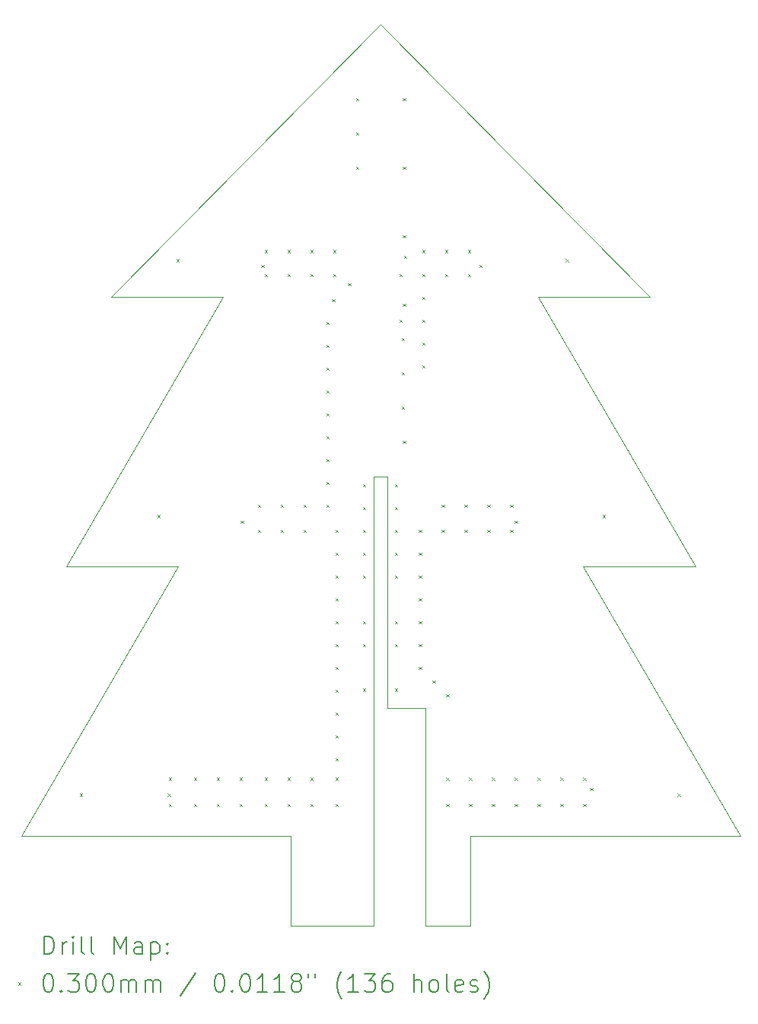
<source format=gbr>
%TF.GenerationSoftware,KiCad,Pcbnew,(6.0.9)*%
%TF.CreationDate,2022-12-10T13:43:45+01:00*%
%TF.ProjectId,PartoDos,50617274-6f44-46f7-932e-6b696361645f,rev?*%
%TF.SameCoordinates,Original*%
%TF.FileFunction,Drillmap*%
%TF.FilePolarity,Positive*%
%FSLAX45Y45*%
G04 Gerber Fmt 4.5, Leading zero omitted, Abs format (unit mm)*
G04 Created by KiCad (PCBNEW (6.0.9)) date 2022-12-10 13:43:45*
%MOMM*%
%LPD*%
G01*
G04 APERTURE LIST*
%ADD10C,0.038100*%
%ADD11C,0.200000*%
%ADD12C,0.030000*%
G04 APERTURE END LIST*
D10*
X13975000Y-15300000D02*
X13975000Y-10300000D01*
X13050000Y-14300000D02*
X10050000Y-14300000D01*
X10050000Y-14300000D02*
X11800000Y-11300000D01*
X13050000Y-15300000D02*
X13050000Y-14300000D01*
X14050000Y-5275000D02*
X17050000Y-8300000D01*
X11050000Y-8300000D02*
X12300000Y-8300000D01*
X11800000Y-11300000D02*
X10550000Y-11300000D01*
X11050000Y-8300000D02*
X14050000Y-5275000D01*
X13975000Y-15300000D02*
X13050000Y-15300000D01*
X14125000Y-12875000D02*
X14550000Y-12875000D01*
X14125000Y-10300000D02*
X14125000Y-12875000D01*
X18050000Y-14300000D02*
X15050000Y-14300000D01*
X14550000Y-15300000D02*
X15050000Y-15300000D01*
X13975000Y-10300000D02*
X14125000Y-10300000D01*
X15800000Y-8300000D02*
X17550000Y-11300000D01*
X15800000Y-8300000D02*
X17050000Y-8300000D01*
X14550000Y-12875000D02*
X14550000Y-15300000D01*
X17550000Y-11300000D02*
X16300000Y-11300000D01*
X10550000Y-11300000D02*
X12300000Y-8300000D01*
X16300000Y-11300000D02*
X18050000Y-14300000D01*
X15050000Y-14300000D02*
X15050000Y-15300000D01*
D11*
D12*
X10703800Y-13828000D02*
X10733800Y-13858000D01*
X10733800Y-13828000D02*
X10703800Y-13858000D01*
X10703800Y-13828000D02*
X10733800Y-13858000D01*
X10733800Y-13828000D02*
X10703800Y-13858000D01*
X11567400Y-10729200D02*
X11597400Y-10759200D01*
X11597400Y-10729200D02*
X11567400Y-10759200D01*
X11681700Y-13828000D02*
X11711700Y-13858000D01*
X11711700Y-13828000D02*
X11681700Y-13858000D01*
X11694400Y-13650200D02*
X11724400Y-13680200D01*
X11724400Y-13650200D02*
X11694400Y-13680200D01*
X11694400Y-13942300D02*
X11724400Y-13972300D01*
X11724400Y-13942300D02*
X11694400Y-13972300D01*
X11776900Y-7884400D02*
X11806900Y-7914400D01*
X11806900Y-7884400D02*
X11776900Y-7914400D01*
X11973800Y-13650200D02*
X12003800Y-13680200D01*
X12003800Y-13650200D02*
X11973800Y-13680200D01*
X11973800Y-13942300D02*
X12003800Y-13972300D01*
X12003800Y-13942300D02*
X11973800Y-13972300D01*
X12227800Y-13650200D02*
X12257800Y-13680200D01*
X12257800Y-13650200D02*
X12227800Y-13680200D01*
X12227800Y-13942300D02*
X12257800Y-13972300D01*
X12257800Y-13942300D02*
X12227800Y-13972300D01*
X12481800Y-13650200D02*
X12511800Y-13680200D01*
X12511800Y-13650200D02*
X12481800Y-13680200D01*
X12481800Y-13942300D02*
X12511800Y-13972300D01*
X12511800Y-13942300D02*
X12481800Y-13972300D01*
X12494500Y-10792700D02*
X12524500Y-10822700D01*
X12524500Y-10792700D02*
X12494500Y-10822700D01*
X12685000Y-10614900D02*
X12715000Y-10644900D01*
X12715000Y-10614900D02*
X12685000Y-10644900D01*
X12685000Y-10894300D02*
X12715000Y-10924300D01*
X12715000Y-10894300D02*
X12685000Y-10924300D01*
X12723100Y-7947900D02*
X12753100Y-7977900D01*
X12753100Y-7947900D02*
X12723100Y-7977900D01*
X12761200Y-7782800D02*
X12791200Y-7812800D01*
X12791200Y-7782800D02*
X12761200Y-7812800D01*
X12761200Y-8049500D02*
X12791200Y-8079500D01*
X12791200Y-8049500D02*
X12761200Y-8079500D01*
X12761200Y-13650200D02*
X12791200Y-13680200D01*
X12791200Y-13650200D02*
X12761200Y-13680200D01*
X12761200Y-13942300D02*
X12791200Y-13972300D01*
X12791200Y-13942300D02*
X12761200Y-13972300D01*
X12939000Y-10614900D02*
X12969000Y-10644900D01*
X12969000Y-10614900D02*
X12939000Y-10644900D01*
X12939000Y-10894300D02*
X12969000Y-10924300D01*
X12969000Y-10894300D02*
X12939000Y-10924300D01*
X13015200Y-7782800D02*
X13045200Y-7812800D01*
X13045200Y-7782800D02*
X13015200Y-7812800D01*
X13015200Y-8049500D02*
X13045200Y-8079500D01*
X13045200Y-8049500D02*
X13015200Y-8079500D01*
X13015200Y-13650200D02*
X13045200Y-13680200D01*
X13045200Y-13650200D02*
X13015200Y-13680200D01*
X13015200Y-13942300D02*
X13045200Y-13972300D01*
X13045200Y-13942300D02*
X13015200Y-13972300D01*
X13193000Y-10614900D02*
X13223000Y-10644900D01*
X13223000Y-10614900D02*
X13193000Y-10644900D01*
X13193000Y-10894300D02*
X13223000Y-10924300D01*
X13223000Y-10894300D02*
X13193000Y-10924300D01*
X13269200Y-7782800D02*
X13299200Y-7812800D01*
X13299200Y-7782800D02*
X13269200Y-7812800D01*
X13269200Y-8049500D02*
X13299200Y-8079500D01*
X13299200Y-8049500D02*
X13269200Y-8079500D01*
X13269200Y-13650200D02*
X13299200Y-13680200D01*
X13299200Y-13650200D02*
X13269200Y-13680200D01*
X13269200Y-13942300D02*
X13299200Y-13972300D01*
X13299200Y-13942300D02*
X13269200Y-13972300D01*
X13447000Y-8582900D02*
X13477000Y-8612900D01*
X13477000Y-8582900D02*
X13447000Y-8612900D01*
X13447000Y-8836900D02*
X13477000Y-8866900D01*
X13477000Y-8836900D02*
X13447000Y-8866900D01*
X13447000Y-9090900D02*
X13477000Y-9120900D01*
X13477000Y-9090900D02*
X13447000Y-9120900D01*
X13447000Y-9344900D02*
X13477000Y-9374900D01*
X13477000Y-9344900D02*
X13447000Y-9374900D01*
X13447000Y-9598900D02*
X13477000Y-9628900D01*
X13477000Y-9598900D02*
X13447000Y-9628900D01*
X13447000Y-9852900D02*
X13477000Y-9882900D01*
X13477000Y-9852900D02*
X13447000Y-9882900D01*
X13447000Y-10106900D02*
X13477000Y-10136900D01*
X13477000Y-10106900D02*
X13447000Y-10136900D01*
X13447000Y-10360900D02*
X13477000Y-10390900D01*
X13477000Y-10360900D02*
X13447000Y-10390900D01*
X13447000Y-10614900D02*
X13477000Y-10644900D01*
X13477000Y-10614900D02*
X13447000Y-10644900D01*
X13510500Y-8328900D02*
X13540500Y-8358900D01*
X13540500Y-8328900D02*
X13510500Y-8358900D01*
X13523200Y-7782800D02*
X13553200Y-7812800D01*
X13553200Y-7782800D02*
X13523200Y-7812800D01*
X13523200Y-8049500D02*
X13553200Y-8079500D01*
X13553200Y-8049500D02*
X13523200Y-8079500D01*
X13548600Y-10894300D02*
X13578600Y-10924300D01*
X13578600Y-10894300D02*
X13548600Y-10924300D01*
X13548600Y-11148300D02*
X13578600Y-11178300D01*
X13578600Y-11148300D02*
X13548600Y-11178300D01*
X13548600Y-11402300D02*
X13578600Y-11432300D01*
X13578600Y-11402300D02*
X13548600Y-11432300D01*
X13548600Y-11656300D02*
X13578600Y-11686300D01*
X13578600Y-11656300D02*
X13548600Y-11686300D01*
X13548600Y-11910300D02*
X13578600Y-11940300D01*
X13578600Y-11910300D02*
X13548600Y-11940300D01*
X13548600Y-12164300D02*
X13578600Y-12194300D01*
X13578600Y-12164300D02*
X13548600Y-12194300D01*
X13548600Y-12418300D02*
X13578600Y-12448300D01*
X13578600Y-12418300D02*
X13548600Y-12448300D01*
X13548600Y-12672300D02*
X13578600Y-12702300D01*
X13578600Y-12672300D02*
X13548600Y-12702300D01*
X13548600Y-12926300D02*
X13578600Y-12956300D01*
X13578600Y-12926300D02*
X13548600Y-12956300D01*
X13548600Y-13180300D02*
X13578600Y-13210300D01*
X13578600Y-13180300D02*
X13548600Y-13210300D01*
X13548600Y-13434300D02*
X13578600Y-13464300D01*
X13578600Y-13434300D02*
X13548600Y-13464300D01*
X13548600Y-13650200D02*
X13578600Y-13680200D01*
X13578600Y-13650200D02*
X13548600Y-13680200D01*
X13548600Y-13942300D02*
X13578600Y-13972300D01*
X13578600Y-13942300D02*
X13548600Y-13972300D01*
X13688300Y-8151100D02*
X13718300Y-8181100D01*
X13718300Y-8151100D02*
X13688300Y-8181100D01*
X13777200Y-6093700D02*
X13807200Y-6123700D01*
X13807200Y-6093700D02*
X13777200Y-6123700D01*
X13777200Y-6474700D02*
X13807200Y-6504700D01*
X13807200Y-6474700D02*
X13777200Y-6504700D01*
X13777200Y-6855700D02*
X13807200Y-6885700D01*
X13807200Y-6855700D02*
X13777200Y-6885700D01*
X13853400Y-10386300D02*
X13883400Y-10416300D01*
X13883400Y-10386300D02*
X13853400Y-10416300D01*
X13853400Y-10640300D02*
X13883400Y-10670300D01*
X13883400Y-10640300D02*
X13853400Y-10670300D01*
X13853400Y-10894300D02*
X13883400Y-10924300D01*
X13883400Y-10894300D02*
X13853400Y-10924300D01*
X13853400Y-11148300D02*
X13883400Y-11178300D01*
X13883400Y-11148300D02*
X13853400Y-11178300D01*
X13853400Y-11402300D02*
X13883400Y-11432300D01*
X13883400Y-11402300D02*
X13853400Y-11432300D01*
X13853400Y-11910300D02*
X13883400Y-11940300D01*
X13883400Y-11910300D02*
X13853400Y-11940300D01*
X13853400Y-12164300D02*
X13883400Y-12194300D01*
X13883400Y-12164300D02*
X13853400Y-12194300D01*
X13853400Y-12659600D02*
X13883400Y-12689600D01*
X13883400Y-12659600D02*
X13853400Y-12689600D01*
X14209000Y-10386300D02*
X14239000Y-10416300D01*
X14239000Y-10386300D02*
X14209000Y-10416300D01*
X14209000Y-10640300D02*
X14239000Y-10670300D01*
X14239000Y-10640300D02*
X14209000Y-10670300D01*
X14209000Y-10894300D02*
X14239000Y-10924300D01*
X14239000Y-10894300D02*
X14209000Y-10924300D01*
X14209000Y-11148300D02*
X14239000Y-11178300D01*
X14239000Y-11148300D02*
X14209000Y-11178300D01*
X14209000Y-11402300D02*
X14239000Y-11432300D01*
X14239000Y-11402300D02*
X14209000Y-11432300D01*
X14209000Y-11910300D02*
X14239000Y-11940300D01*
X14239000Y-11910300D02*
X14209000Y-11940300D01*
X14209000Y-12164300D02*
X14239000Y-12194300D01*
X14239000Y-12164300D02*
X14209000Y-12194300D01*
X14209000Y-12659600D02*
X14239000Y-12689600D01*
X14239000Y-12659600D02*
X14209000Y-12689600D01*
X14259800Y-8049500D02*
X14289800Y-8079500D01*
X14289800Y-8049500D02*
X14259800Y-8079500D01*
X14259800Y-8557500D02*
X14289800Y-8587500D01*
X14289800Y-8557500D02*
X14259800Y-8587500D01*
X14285200Y-8760700D02*
X14315200Y-8790700D01*
X14315200Y-8760700D02*
X14285200Y-8790700D01*
X14285200Y-9141700D02*
X14315200Y-9171700D01*
X14315200Y-9141700D02*
X14285200Y-9171700D01*
X14285200Y-9522700D02*
X14315200Y-9552700D01*
X14315200Y-9522700D02*
X14285200Y-9552700D01*
X14297900Y-6093700D02*
X14327900Y-6123700D01*
X14327900Y-6093700D02*
X14297900Y-6123700D01*
X14297900Y-6855700D02*
X14327900Y-6885700D01*
X14327900Y-6855700D02*
X14297900Y-6885700D01*
X14297900Y-7617700D02*
X14327900Y-7647700D01*
X14327900Y-7617700D02*
X14297900Y-7647700D01*
X14297900Y-8379700D02*
X14327900Y-8409700D01*
X14327900Y-8379700D02*
X14297900Y-8409700D01*
X14297900Y-9903700D02*
X14327900Y-9933700D01*
X14327900Y-9903700D02*
X14297900Y-9933700D01*
X14310600Y-7846300D02*
X14340600Y-7876300D01*
X14340600Y-7846300D02*
X14310600Y-7876300D01*
X14475700Y-10894300D02*
X14505700Y-10924300D01*
X14505700Y-10894300D02*
X14475700Y-10924300D01*
X14475700Y-11148300D02*
X14505700Y-11178300D01*
X14505700Y-11148300D02*
X14475700Y-11178300D01*
X14475700Y-11402300D02*
X14505700Y-11432300D01*
X14505700Y-11402300D02*
X14475700Y-11432300D01*
X14475700Y-11656300D02*
X14505700Y-11686300D01*
X14505700Y-11656300D02*
X14475700Y-11686300D01*
X14475700Y-11910300D02*
X14505700Y-11940300D01*
X14505700Y-11910300D02*
X14475700Y-11940300D01*
X14475700Y-12164300D02*
X14505700Y-12194300D01*
X14505700Y-12164300D02*
X14475700Y-12194300D01*
X14475700Y-12418300D02*
X14505700Y-12448300D01*
X14505700Y-12418300D02*
X14475700Y-12448300D01*
X14513800Y-7782800D02*
X14543800Y-7812800D01*
X14543800Y-7782800D02*
X14513800Y-7812800D01*
X14513800Y-8049500D02*
X14543800Y-8079500D01*
X14543800Y-8049500D02*
X14513800Y-8079500D01*
X14513800Y-8303500D02*
X14543800Y-8333500D01*
X14543800Y-8303500D02*
X14513800Y-8333500D01*
X14513800Y-8557500D02*
X14543800Y-8587500D01*
X14543800Y-8557500D02*
X14513800Y-8587500D01*
X14513800Y-8811500D02*
X14543800Y-8841500D01*
X14543800Y-8811500D02*
X14513800Y-8841500D01*
X14513800Y-9065500D02*
X14543800Y-9095500D01*
X14543800Y-9065500D02*
X14513800Y-9095500D01*
X14628100Y-12570700D02*
X14658100Y-12600700D01*
X14658100Y-12570700D02*
X14628100Y-12600700D01*
X14729700Y-10614900D02*
X14759700Y-10644900D01*
X14759700Y-10614900D02*
X14729700Y-10644900D01*
X14729700Y-10894300D02*
X14759700Y-10924300D01*
X14759700Y-10894300D02*
X14729700Y-10924300D01*
X14767800Y-7782800D02*
X14797800Y-7812800D01*
X14797800Y-7782800D02*
X14767800Y-7812800D01*
X14767800Y-8049500D02*
X14797800Y-8079500D01*
X14797800Y-8049500D02*
X14767800Y-8079500D01*
X14780500Y-12723100D02*
X14810500Y-12753100D01*
X14810500Y-12723100D02*
X14780500Y-12753100D01*
X14780500Y-13650200D02*
X14810500Y-13680200D01*
X14810500Y-13650200D02*
X14780500Y-13680200D01*
X14780500Y-13942300D02*
X14810500Y-13972300D01*
X14810500Y-13942300D02*
X14780500Y-13972300D01*
X14983700Y-10614900D02*
X15013700Y-10644900D01*
X15013700Y-10614900D02*
X14983700Y-10644900D01*
X14983700Y-10894300D02*
X15013700Y-10924300D01*
X15013700Y-10894300D02*
X14983700Y-10924300D01*
X15021800Y-7782800D02*
X15051800Y-7812800D01*
X15051800Y-7782800D02*
X15021800Y-7812800D01*
X15021800Y-8049500D02*
X15051800Y-8079500D01*
X15051800Y-8049500D02*
X15021800Y-8079500D01*
X15034500Y-13650200D02*
X15064500Y-13680200D01*
X15064500Y-13650200D02*
X15034500Y-13680200D01*
X15034500Y-13942300D02*
X15064500Y-13972300D01*
X15064500Y-13942300D02*
X15034500Y-13972300D01*
X15148800Y-7947900D02*
X15178800Y-7977900D01*
X15178800Y-7947900D02*
X15148800Y-7977900D01*
X15237700Y-10614900D02*
X15267700Y-10644900D01*
X15267700Y-10614900D02*
X15237700Y-10644900D01*
X15237700Y-10894300D02*
X15267700Y-10924300D01*
X15267700Y-10894300D02*
X15237700Y-10924300D01*
X15288500Y-13650200D02*
X15318500Y-13680200D01*
X15318500Y-13650200D02*
X15288500Y-13680200D01*
X15288500Y-13942300D02*
X15318500Y-13972300D01*
X15318500Y-13942300D02*
X15288500Y-13972300D01*
X15491700Y-10614900D02*
X15521700Y-10644900D01*
X15521700Y-10614900D02*
X15491700Y-10644900D01*
X15491700Y-10894300D02*
X15521700Y-10924300D01*
X15521700Y-10894300D02*
X15491700Y-10924300D01*
X15542500Y-10792700D02*
X15572500Y-10822700D01*
X15572500Y-10792700D02*
X15542500Y-10822700D01*
X15542500Y-13650200D02*
X15572500Y-13680200D01*
X15572500Y-13650200D02*
X15542500Y-13680200D01*
X15542500Y-13942300D02*
X15572500Y-13972300D01*
X15572500Y-13942300D02*
X15542500Y-13972300D01*
X15796500Y-13650200D02*
X15826500Y-13680200D01*
X15826500Y-13650200D02*
X15796500Y-13680200D01*
X15796500Y-13942300D02*
X15826500Y-13972300D01*
X15826500Y-13942300D02*
X15796500Y-13972300D01*
X16050500Y-13650200D02*
X16080500Y-13680200D01*
X16080500Y-13650200D02*
X16050500Y-13680200D01*
X16050500Y-13942300D02*
X16080500Y-13972300D01*
X16080500Y-13942300D02*
X16050500Y-13972300D01*
X16106150Y-7884400D02*
X16136150Y-7914400D01*
X16136150Y-7884400D02*
X16106150Y-7914400D01*
X16304500Y-13650200D02*
X16334500Y-13680200D01*
X16334500Y-13650200D02*
X16304500Y-13680200D01*
X16304500Y-13942300D02*
X16334500Y-13972300D01*
X16334500Y-13942300D02*
X16304500Y-13972300D01*
X16380700Y-13764500D02*
X16410700Y-13794500D01*
X16410700Y-13764500D02*
X16380700Y-13794500D01*
X16520400Y-10729200D02*
X16550400Y-10759200D01*
X16550400Y-10729200D02*
X16520400Y-10759200D01*
X17352300Y-13828000D02*
X17382300Y-13858000D01*
X17382300Y-13828000D02*
X17352300Y-13858000D01*
D11*
X10305714Y-15612381D02*
X10305714Y-15412381D01*
X10353333Y-15412381D01*
X10381905Y-15421905D01*
X10400952Y-15440953D01*
X10410476Y-15460000D01*
X10420000Y-15498095D01*
X10420000Y-15526667D01*
X10410476Y-15564762D01*
X10400952Y-15583810D01*
X10381905Y-15602857D01*
X10353333Y-15612381D01*
X10305714Y-15612381D01*
X10505714Y-15612381D02*
X10505714Y-15479048D01*
X10505714Y-15517143D02*
X10515238Y-15498095D01*
X10524762Y-15488572D01*
X10543809Y-15479048D01*
X10562857Y-15479048D01*
X10629524Y-15612381D02*
X10629524Y-15479048D01*
X10629524Y-15412381D02*
X10620000Y-15421905D01*
X10629524Y-15431429D01*
X10639047Y-15421905D01*
X10629524Y-15412381D01*
X10629524Y-15431429D01*
X10753333Y-15612381D02*
X10734285Y-15602857D01*
X10724762Y-15583810D01*
X10724762Y-15412381D01*
X10858095Y-15612381D02*
X10839047Y-15602857D01*
X10829524Y-15583810D01*
X10829524Y-15412381D01*
X11086666Y-15612381D02*
X11086666Y-15412381D01*
X11153333Y-15555238D01*
X11220000Y-15412381D01*
X11220000Y-15612381D01*
X11400952Y-15612381D02*
X11400952Y-15507619D01*
X11391428Y-15488572D01*
X11372381Y-15479048D01*
X11334285Y-15479048D01*
X11315238Y-15488572D01*
X11400952Y-15602857D02*
X11381904Y-15612381D01*
X11334285Y-15612381D01*
X11315238Y-15602857D01*
X11305714Y-15583810D01*
X11305714Y-15564762D01*
X11315238Y-15545714D01*
X11334285Y-15536191D01*
X11381904Y-15536191D01*
X11400952Y-15526667D01*
X11496190Y-15479048D02*
X11496190Y-15679048D01*
X11496190Y-15488572D02*
X11515238Y-15479048D01*
X11553333Y-15479048D01*
X11572381Y-15488572D01*
X11581904Y-15498095D01*
X11591428Y-15517143D01*
X11591428Y-15574286D01*
X11581904Y-15593333D01*
X11572381Y-15602857D01*
X11553333Y-15612381D01*
X11515238Y-15612381D01*
X11496190Y-15602857D01*
X11677143Y-15593333D02*
X11686666Y-15602857D01*
X11677143Y-15612381D01*
X11667619Y-15602857D01*
X11677143Y-15593333D01*
X11677143Y-15612381D01*
X11677143Y-15488572D02*
X11686666Y-15498095D01*
X11677143Y-15507619D01*
X11667619Y-15498095D01*
X11677143Y-15488572D01*
X11677143Y-15507619D01*
D12*
X10018095Y-15926905D02*
X10048095Y-15956905D01*
X10048095Y-15926905D02*
X10018095Y-15956905D01*
D11*
X10343809Y-15832381D02*
X10362857Y-15832381D01*
X10381905Y-15841905D01*
X10391428Y-15851429D01*
X10400952Y-15870476D01*
X10410476Y-15908572D01*
X10410476Y-15956191D01*
X10400952Y-15994286D01*
X10391428Y-16013333D01*
X10381905Y-16022857D01*
X10362857Y-16032381D01*
X10343809Y-16032381D01*
X10324762Y-16022857D01*
X10315238Y-16013333D01*
X10305714Y-15994286D01*
X10296190Y-15956191D01*
X10296190Y-15908572D01*
X10305714Y-15870476D01*
X10315238Y-15851429D01*
X10324762Y-15841905D01*
X10343809Y-15832381D01*
X10496190Y-16013333D02*
X10505714Y-16022857D01*
X10496190Y-16032381D01*
X10486666Y-16022857D01*
X10496190Y-16013333D01*
X10496190Y-16032381D01*
X10572381Y-15832381D02*
X10696190Y-15832381D01*
X10629524Y-15908572D01*
X10658095Y-15908572D01*
X10677143Y-15918095D01*
X10686666Y-15927619D01*
X10696190Y-15946667D01*
X10696190Y-15994286D01*
X10686666Y-16013333D01*
X10677143Y-16022857D01*
X10658095Y-16032381D01*
X10600952Y-16032381D01*
X10581905Y-16022857D01*
X10572381Y-16013333D01*
X10820000Y-15832381D02*
X10839047Y-15832381D01*
X10858095Y-15841905D01*
X10867619Y-15851429D01*
X10877143Y-15870476D01*
X10886666Y-15908572D01*
X10886666Y-15956191D01*
X10877143Y-15994286D01*
X10867619Y-16013333D01*
X10858095Y-16022857D01*
X10839047Y-16032381D01*
X10820000Y-16032381D01*
X10800952Y-16022857D01*
X10791428Y-16013333D01*
X10781905Y-15994286D01*
X10772381Y-15956191D01*
X10772381Y-15908572D01*
X10781905Y-15870476D01*
X10791428Y-15851429D01*
X10800952Y-15841905D01*
X10820000Y-15832381D01*
X11010476Y-15832381D02*
X11029524Y-15832381D01*
X11048571Y-15841905D01*
X11058095Y-15851429D01*
X11067619Y-15870476D01*
X11077143Y-15908572D01*
X11077143Y-15956191D01*
X11067619Y-15994286D01*
X11058095Y-16013333D01*
X11048571Y-16022857D01*
X11029524Y-16032381D01*
X11010476Y-16032381D01*
X10991428Y-16022857D01*
X10981905Y-16013333D01*
X10972381Y-15994286D01*
X10962857Y-15956191D01*
X10962857Y-15908572D01*
X10972381Y-15870476D01*
X10981905Y-15851429D01*
X10991428Y-15841905D01*
X11010476Y-15832381D01*
X11162857Y-16032381D02*
X11162857Y-15899048D01*
X11162857Y-15918095D02*
X11172381Y-15908572D01*
X11191428Y-15899048D01*
X11220000Y-15899048D01*
X11239047Y-15908572D01*
X11248571Y-15927619D01*
X11248571Y-16032381D01*
X11248571Y-15927619D02*
X11258095Y-15908572D01*
X11277143Y-15899048D01*
X11305714Y-15899048D01*
X11324762Y-15908572D01*
X11334285Y-15927619D01*
X11334285Y-16032381D01*
X11429523Y-16032381D02*
X11429523Y-15899048D01*
X11429523Y-15918095D02*
X11439047Y-15908572D01*
X11458095Y-15899048D01*
X11486666Y-15899048D01*
X11505714Y-15908572D01*
X11515238Y-15927619D01*
X11515238Y-16032381D01*
X11515238Y-15927619D02*
X11524762Y-15908572D01*
X11543809Y-15899048D01*
X11572381Y-15899048D01*
X11591428Y-15908572D01*
X11600952Y-15927619D01*
X11600952Y-16032381D01*
X11991428Y-15822857D02*
X11820000Y-16080000D01*
X12248571Y-15832381D02*
X12267619Y-15832381D01*
X12286666Y-15841905D01*
X12296190Y-15851429D01*
X12305714Y-15870476D01*
X12315238Y-15908572D01*
X12315238Y-15956191D01*
X12305714Y-15994286D01*
X12296190Y-16013333D01*
X12286666Y-16022857D01*
X12267619Y-16032381D01*
X12248571Y-16032381D01*
X12229523Y-16022857D01*
X12220000Y-16013333D01*
X12210476Y-15994286D01*
X12200952Y-15956191D01*
X12200952Y-15908572D01*
X12210476Y-15870476D01*
X12220000Y-15851429D01*
X12229523Y-15841905D01*
X12248571Y-15832381D01*
X12400952Y-16013333D02*
X12410476Y-16022857D01*
X12400952Y-16032381D01*
X12391428Y-16022857D01*
X12400952Y-16013333D01*
X12400952Y-16032381D01*
X12534285Y-15832381D02*
X12553333Y-15832381D01*
X12572381Y-15841905D01*
X12581904Y-15851429D01*
X12591428Y-15870476D01*
X12600952Y-15908572D01*
X12600952Y-15956191D01*
X12591428Y-15994286D01*
X12581904Y-16013333D01*
X12572381Y-16022857D01*
X12553333Y-16032381D01*
X12534285Y-16032381D01*
X12515238Y-16022857D01*
X12505714Y-16013333D01*
X12496190Y-15994286D01*
X12486666Y-15956191D01*
X12486666Y-15908572D01*
X12496190Y-15870476D01*
X12505714Y-15851429D01*
X12515238Y-15841905D01*
X12534285Y-15832381D01*
X12791428Y-16032381D02*
X12677143Y-16032381D01*
X12734285Y-16032381D02*
X12734285Y-15832381D01*
X12715238Y-15860953D01*
X12696190Y-15880000D01*
X12677143Y-15889524D01*
X12981904Y-16032381D02*
X12867619Y-16032381D01*
X12924762Y-16032381D02*
X12924762Y-15832381D01*
X12905714Y-15860953D01*
X12886666Y-15880000D01*
X12867619Y-15889524D01*
X13096190Y-15918095D02*
X13077143Y-15908572D01*
X13067619Y-15899048D01*
X13058095Y-15880000D01*
X13058095Y-15870476D01*
X13067619Y-15851429D01*
X13077143Y-15841905D01*
X13096190Y-15832381D01*
X13134285Y-15832381D01*
X13153333Y-15841905D01*
X13162857Y-15851429D01*
X13172381Y-15870476D01*
X13172381Y-15880000D01*
X13162857Y-15899048D01*
X13153333Y-15908572D01*
X13134285Y-15918095D01*
X13096190Y-15918095D01*
X13077143Y-15927619D01*
X13067619Y-15937143D01*
X13058095Y-15956191D01*
X13058095Y-15994286D01*
X13067619Y-16013333D01*
X13077143Y-16022857D01*
X13096190Y-16032381D01*
X13134285Y-16032381D01*
X13153333Y-16022857D01*
X13162857Y-16013333D01*
X13172381Y-15994286D01*
X13172381Y-15956191D01*
X13162857Y-15937143D01*
X13153333Y-15927619D01*
X13134285Y-15918095D01*
X13248571Y-15832381D02*
X13248571Y-15870476D01*
X13324762Y-15832381D02*
X13324762Y-15870476D01*
X13620000Y-16108572D02*
X13610476Y-16099048D01*
X13591428Y-16070476D01*
X13581904Y-16051429D01*
X13572381Y-16022857D01*
X13562857Y-15975238D01*
X13562857Y-15937143D01*
X13572381Y-15889524D01*
X13581904Y-15860953D01*
X13591428Y-15841905D01*
X13610476Y-15813333D01*
X13620000Y-15803810D01*
X13800952Y-16032381D02*
X13686666Y-16032381D01*
X13743809Y-16032381D02*
X13743809Y-15832381D01*
X13724762Y-15860953D01*
X13705714Y-15880000D01*
X13686666Y-15889524D01*
X13867619Y-15832381D02*
X13991428Y-15832381D01*
X13924762Y-15908572D01*
X13953333Y-15908572D01*
X13972381Y-15918095D01*
X13981904Y-15927619D01*
X13991428Y-15946667D01*
X13991428Y-15994286D01*
X13981904Y-16013333D01*
X13972381Y-16022857D01*
X13953333Y-16032381D01*
X13896190Y-16032381D01*
X13877143Y-16022857D01*
X13867619Y-16013333D01*
X14162857Y-15832381D02*
X14124762Y-15832381D01*
X14105714Y-15841905D01*
X14096190Y-15851429D01*
X14077143Y-15880000D01*
X14067619Y-15918095D01*
X14067619Y-15994286D01*
X14077143Y-16013333D01*
X14086666Y-16022857D01*
X14105714Y-16032381D01*
X14143809Y-16032381D01*
X14162857Y-16022857D01*
X14172381Y-16013333D01*
X14181904Y-15994286D01*
X14181904Y-15946667D01*
X14172381Y-15927619D01*
X14162857Y-15918095D01*
X14143809Y-15908572D01*
X14105714Y-15908572D01*
X14086666Y-15918095D01*
X14077143Y-15927619D01*
X14067619Y-15946667D01*
X14420000Y-16032381D02*
X14420000Y-15832381D01*
X14505714Y-16032381D02*
X14505714Y-15927619D01*
X14496190Y-15908572D01*
X14477143Y-15899048D01*
X14448571Y-15899048D01*
X14429523Y-15908572D01*
X14420000Y-15918095D01*
X14629523Y-16032381D02*
X14610476Y-16022857D01*
X14600952Y-16013333D01*
X14591428Y-15994286D01*
X14591428Y-15937143D01*
X14600952Y-15918095D01*
X14610476Y-15908572D01*
X14629523Y-15899048D01*
X14658095Y-15899048D01*
X14677143Y-15908572D01*
X14686666Y-15918095D01*
X14696190Y-15937143D01*
X14696190Y-15994286D01*
X14686666Y-16013333D01*
X14677143Y-16022857D01*
X14658095Y-16032381D01*
X14629523Y-16032381D01*
X14810476Y-16032381D02*
X14791428Y-16022857D01*
X14781904Y-16003810D01*
X14781904Y-15832381D01*
X14962857Y-16022857D02*
X14943809Y-16032381D01*
X14905714Y-16032381D01*
X14886666Y-16022857D01*
X14877143Y-16003810D01*
X14877143Y-15927619D01*
X14886666Y-15908572D01*
X14905714Y-15899048D01*
X14943809Y-15899048D01*
X14962857Y-15908572D01*
X14972381Y-15927619D01*
X14972381Y-15946667D01*
X14877143Y-15965714D01*
X15048571Y-16022857D02*
X15067619Y-16032381D01*
X15105714Y-16032381D01*
X15124762Y-16022857D01*
X15134285Y-16003810D01*
X15134285Y-15994286D01*
X15124762Y-15975238D01*
X15105714Y-15965714D01*
X15077143Y-15965714D01*
X15058095Y-15956191D01*
X15048571Y-15937143D01*
X15048571Y-15927619D01*
X15058095Y-15908572D01*
X15077143Y-15899048D01*
X15105714Y-15899048D01*
X15124762Y-15908572D01*
X15200952Y-16108572D02*
X15210476Y-16099048D01*
X15229523Y-16070476D01*
X15239047Y-16051429D01*
X15248571Y-16022857D01*
X15258095Y-15975238D01*
X15258095Y-15937143D01*
X15248571Y-15889524D01*
X15239047Y-15860953D01*
X15229523Y-15841905D01*
X15210476Y-15813333D01*
X15200952Y-15803810D01*
M02*

</source>
